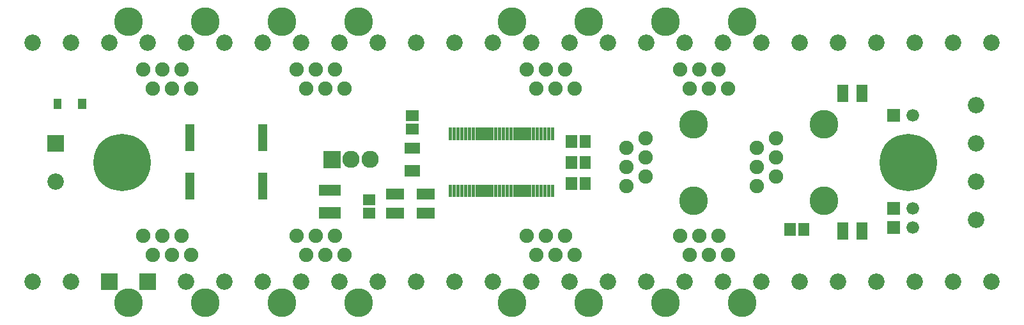
<source format=gbr>
G04 start of page 5 for group -4063 idx -4063 *
G04 Title: (unknown), componentmask *
G04 Creator: pcb 20110918 *
G04 CreationDate: Sat 02 Feb 2013 07:54:47 PM GMT UTC *
G04 For: petersen *
G04 Format: Gerber/RS-274X *
G04 PCB-Dimensions: 525000 170000 *
G04 PCB-Coordinate-Origin: lower left *
%MOIN*%
%FSLAX25Y25*%
%LNTOPMASK*%
%ADD72R,0.0420X0.0420*%
%ADD71R,0.0490X0.0490*%
%ADD70R,0.0176X0.0176*%
%ADD69R,0.0572X0.0572*%
%ADD68R,0.0550X0.0550*%
%ADD67C,0.0660*%
%ADD66C,0.2997*%
%ADD65C,0.0900*%
%ADD64C,0.0001*%
%ADD63C,0.0750*%
%ADD62C,0.1500*%
%ADD61C,0.0860*%
G54D61*X150500Y147500D03*
G54D62*X140500Y158500D03*
G54D61*X130500Y147500D03*
X30500D03*
X10500D03*
X50500D03*
G54D63*X93000Y123500D03*
X88000Y133500D03*
X83000Y123500D03*
X78000Y133500D03*
X73000Y123500D03*
X68000Y133500D03*
G54D62*X100500Y158500D03*
X60500D03*
G54D61*X70500Y147500D03*
X110500D03*
X90500D03*
G54D64*G36*
X46200Y26800D02*Y18200D01*
X54800D01*
Y26800D01*
X46200D01*
G37*
G54D61*X10500Y22500D03*
X30500D03*
G54D64*G36*
X66200Y26800D02*Y18200D01*
X74800D01*
Y26800D01*
X66200D01*
G37*
G54D61*X250500Y22500D03*
X230500D03*
X270500D03*
X90500D03*
X110500D03*
X170500D03*
X190500D03*
X130500D03*
X150500D03*
X210500D03*
G54D63*X173000Y123500D03*
G54D62*X180500Y158500D03*
G54D65*X186500Y86500D03*
X176500D03*
G54D64*G36*
X162000Y91000D02*Y82000D01*
X171000D01*
Y91000D01*
X162000D01*
G37*
G54D61*X170500Y147500D03*
G54D63*X168000Y133500D03*
X158000D03*
X148000D03*
X163000Y123500D03*
X153000D03*
G54D61*X230500Y147500D03*
X210500D03*
X270500D03*
X250500D03*
G54D62*X260500Y158500D03*
G54D61*X290500Y147500D03*
G54D63*X288000Y133500D03*
X283000Y123500D03*
X278000Y133500D03*
X273000Y123500D03*
X268000Y133500D03*
G54D61*X190500Y147500D03*
G54D64*G36*
X18200Y99300D02*Y90700D01*
X26800D01*
Y99300D01*
X18200D01*
G37*
G54D66*X57000Y85000D03*
G54D61*X22500Y75000D03*
G54D63*X68000Y46500D03*
X73000Y36500D03*
X78000Y46500D03*
X83000Y36500D03*
X88000Y46500D03*
X93000Y36500D03*
G54D62*X60500Y11500D03*
X100500D03*
X140500D03*
X180500D03*
G54D63*X148000Y46500D03*
X153000Y36500D03*
X158000Y46500D03*
X163000Y36500D03*
X168000Y46500D03*
X173000Y36500D03*
G54D61*X470500Y147500D03*
X450500D03*
X510500D03*
X490500D03*
X430500D03*
X410500D03*
X502500Y95000D03*
Y115000D03*
Y55000D03*
Y75000D03*
X490500Y22500D03*
G54D66*X467000Y85000D03*
G54D64*G36*
X456200Y54300D02*Y47700D01*
X462800D01*
Y54300D01*
X456200D01*
G37*
G54D67*X469500Y51000D03*
G54D64*G36*
X456200Y64300D02*Y57700D01*
X462800D01*
Y64300D01*
X456200D01*
G37*
G54D67*X469500Y61000D03*
G54D62*X423000Y65000D03*
Y105000D03*
G54D64*G36*
X456200Y112800D02*Y106200D01*
X462800D01*
Y112800D01*
X456200D01*
G37*
G54D67*X469500Y109500D03*
G54D61*X310500Y22500D03*
X330500D03*
X350500D03*
X370500D03*
G54D62*X380500Y11500D03*
G54D61*X390500Y22500D03*
X290500D03*
G54D63*X268000Y46500D03*
X273000Y36500D03*
X278000Y46500D03*
X283000Y36500D03*
X288000Y46500D03*
X293000Y36500D03*
G54D62*X260500Y11500D03*
X300500D03*
X340500D03*
G54D61*X510500Y22500D03*
X450500D03*
X470500D03*
X410500D03*
X430500D03*
G54D63*X348000Y46500D03*
X353000Y36500D03*
X358000Y46500D03*
X363000Y36500D03*
X368000Y46500D03*
X373000Y36500D03*
G54D61*X390500Y147500D03*
G54D62*X380500Y158500D03*
G54D61*X370500Y147500D03*
G54D63*X368000Y133500D03*
X358000D03*
X348000D03*
G54D61*X350500Y147500D03*
X330500D03*
X310500D03*
G54D62*X340500Y158500D03*
X300500D03*
G54D63*X373000Y123500D03*
X363000D03*
X353000D03*
X293000D03*
X320000Y72500D03*
Y82500D03*
Y92500D03*
X330000Y77500D03*
Y87500D03*
Y97500D03*
G54D62*X355000Y65000D03*
Y105000D03*
G54D63*X388000Y72500D03*
X398000Y77500D03*
X388000Y82500D03*
X398000Y87500D03*
X388000Y92500D03*
X398000Y97500D03*
G54D68*X213700Y58500D02*X217300D01*
X443000Y50800D02*Y47200D01*
X433000Y50800D02*Y47200D01*
G54D69*X405457Y50393D02*Y49607D01*
X412543Y50393D02*Y49607D01*
X207319Y80595D02*X209681D01*
X207319Y92405D02*X209681D01*
X208107Y102457D02*X208893D01*
G54D70*X250079Y102322D02*Y97598D01*
X248111Y102322D02*Y97598D01*
X246142Y102322D02*Y97598D01*
X244174Y102322D02*Y97598D01*
X242205Y102322D02*Y97598D01*
X240237Y102322D02*Y97598D01*
X238268Y102322D02*Y97598D01*
X236300Y102322D02*Y97598D01*
X234331Y102322D02*Y97598D01*
X232363Y102322D02*Y97598D01*
X230394Y102322D02*Y97598D01*
X228426Y102322D02*Y97598D01*
X250079Y72402D02*Y67678D01*
X252048Y72402D02*Y67678D01*
X254016Y72402D02*Y67678D01*
X255984Y72402D02*Y67678D01*
X257952Y72402D02*Y67678D01*
X259921Y72402D02*Y67678D01*
X261889Y72402D02*Y67678D01*
X263858Y72402D02*Y67678D01*
X265826Y72402D02*Y67678D01*
G54D68*X443000Y122800D02*Y119200D01*
X433000Y122800D02*Y119200D01*
G54D69*X291457Y96393D02*Y95607D01*
X298543Y96393D02*Y95607D01*
G54D70*X281574Y102322D02*Y97598D01*
X279606Y102322D02*Y97598D01*
X277637Y102322D02*Y97598D01*
G54D69*X291457Y85393D02*Y84607D01*
X298543Y85393D02*Y84607D01*
G54D70*X259921Y102322D02*Y97598D01*
X257952Y102322D02*Y97598D01*
X255984Y102322D02*Y97598D01*
X254016Y102322D02*Y97598D01*
X252048Y102322D02*Y97598D01*
X267795Y72402D02*Y67678D01*
X269763Y72402D02*Y67678D01*
X271732Y72402D02*Y67678D01*
X273700Y72402D02*Y67678D01*
X275669Y72402D02*Y67678D01*
X277637Y72402D02*Y67678D01*
X279606Y72402D02*Y67678D01*
X281574Y72402D02*Y67678D01*
G54D69*X291457Y74393D02*Y73607D01*
X298543Y74393D02*Y73607D01*
G54D68*X197700Y68500D02*X201300D01*
X197700Y58500D02*X201300D01*
G54D69*X185607Y65543D02*X186393D01*
X185607Y58457D02*X186393D01*
X162745Y58595D02*X168255D01*
G54D71*X130500Y77000D02*Y67900D01*
G54D69*X162745Y70405D02*X168255D01*
G54D72*X36400Y116100D02*Y114900D01*
X23500Y116100D02*Y114900D01*
G54D71*X92500Y102500D02*Y93500D01*
Y77000D02*Y67900D01*
G54D69*X208107Y109543D02*X208893D01*
G54D71*X130500Y102500D02*Y93500D01*
G54D70*X275669Y102322D02*Y97598D01*
X273700Y102322D02*Y97598D01*
X271732Y102322D02*Y97598D01*
X269763Y102322D02*Y97598D01*
X267795Y102322D02*Y97598D01*
X265826Y102322D02*Y97598D01*
X263858Y102322D02*Y97598D01*
X261889Y102322D02*Y97598D01*
G54D68*X213700Y68500D02*X217300D01*
G54D70*X228426Y72402D02*Y67678D01*
X230394Y72402D02*Y67678D01*
X232363Y72402D02*Y67678D01*
X234331Y72402D02*Y67678D01*
X236300Y72402D02*Y67678D01*
X238268Y72402D02*Y67678D01*
X240237Y72402D02*Y67678D01*
X242205Y72402D02*Y67678D01*
X244174Y72402D02*Y67678D01*
X246142Y72402D02*Y67678D01*
X248111Y72402D02*Y67678D01*
M02*

</source>
